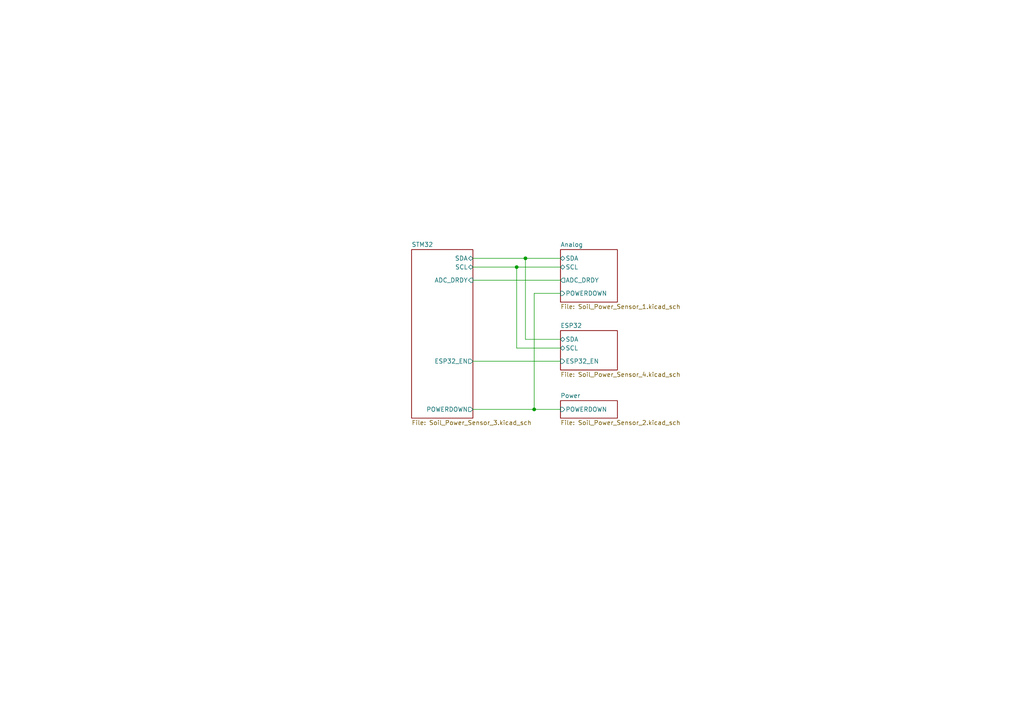
<source format=kicad_sch>
(kicad_sch (version 20230121) (generator eeschema)
  (paper "A4")
  (title_block (title "Soil Power Sensor") (date "2023-09-15") (rev "2.1.0") (company "jlab"))
  (lib_symbols)
  (junction (at 154.94 118.745))
  (junction (at 152.4 74.93))
  (junction (at 149.86 77.47))
  (wire (pts (xy 137.16 81.28) (xy 162.56 81.28)))
  (wire (pts (xy 149.86 77.47) (xy 162.56 77.47)))
  (wire (pts (xy 162.56 100.965) (xy 149.86 100.965)))
  (wire (pts (xy 152.4 74.93) (xy 162.56 74.93)))
  (wire (pts (xy 137.16 74.93) (xy 152.4 74.93)))
  (wire (pts (xy 162.56 85.09) (xy 154.94 85.09)))
  (wire (pts (xy 154.94 85.09) (xy 154.94 118.745)))
  (wire (pts (xy 137.16 104.775) (xy 162.56 104.775)))
  (wire (pts (xy 137.16 77.47) (xy 149.86 77.47)))
  (wire (pts (xy 154.94 118.745) (xy 162.56 118.745)))
  (wire (pts (xy 149.86 77.47) (xy 149.86 100.965)))
  (wire (pts (xy 162.56 98.425) (xy 152.4 98.425)))
  (wire (pts (xy 152.4 74.93) (xy 152.4 98.425)))
  (wire (pts (xy 137.16 118.745) (xy 154.94 118.745)))
  (sheet (at 162.56 95.885) (size 16.51 11.43)
    (property "Sheetname" "ESP32" (at 162.56 95.1734 0) (effects (justify left bottom)))
    (property "Sheetfile" "Soil_Power_Sensor_4.kicad_sch" (at 162.56 107.8996 0) (effects (justify left top)))
    (pin "ESP32_EN" input (at 162.56 104.775 180))
    (pin "SCL" bidirectional (at 162.56 100.965 180))
    (pin "SDA" bidirectional (at 162.56 98.425 180))
  )
  (sheet (at 119.38 72.39) (size 17.78 48.895)
    (property "Sheetname" "STM32" (at 119.38 71.6784 0) (effects (justify left bottom)))
    (property "Sheetfile" "Soil_Power_Sensor_3.kicad_sch" (at 119.38 121.8696 0) (effects (justify left top)))
    (pin "ESP32_EN" output (at 137.16 104.775 0))
    (pin "ADC_DRDY" input (at 137.16 81.28 0))
    (pin "SDA" bidirectional (at 137.16 74.93 0))
    (pin "SCL" bidirectional (at 137.16 77.47 0))
    (pin "POWERDOWN" output (at 137.16 118.745 0))
  )
  (sheet (at 162.56 116.205) (size 16.51 5.08)
    (property "Sheetname" "Power" (at 162.56 115.4934 0) (effects (justify left bottom)))
    (property "Sheetfile" "Soil_Power_Sensor_2.kicad_sch" (at 162.56 121.8696 0) (effects (justify left top)))
    (pin "POWERDOWN" input (at 162.56 118.745 180))
  )
  (sheet (at 162.56 72.39) (size 16.51 15.24)
    (property "Sheetname" "Analog" (at 162.56 71.6784 0) (effects (justify left bottom)))
    (property "Sheetfile" "Soil_Power_Sensor_1.kicad_sch" (at 162.56 88.2146 0) (effects (justify left top)))
    (pin "ADC_DRDY" output (at 162.56 81.28 180))
    (pin "SCL" bidirectional (at 162.56 77.47 180))
    (pin "SDA" bidirectional (at 162.56 74.93 180))
    (pin "POWERDOWN" input (at 162.56 85.09 180))
  )
)
</source>
